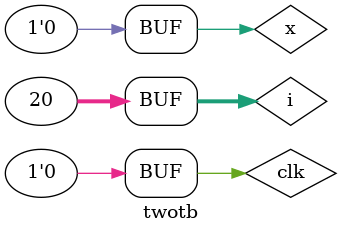
<source format=v>
module twobsc(x,clk,q,y);

input x,clk;
output reg [1:0] q;
output reg y;

initial begin
	q=2'b00;
	y=1'b0;
end
always @ (negedge clk)
	if (x==1) {y,q} <= q + 1'b1;
endmodule

module twotb; 
wire y;
wire [1:0] q; 
reg x=0; 
reg clk=0; 
integer i; 
twobsc UUT(.y(y),.q(q),.x(x),.clk(clk));
initial begin
for(i=0;i<20;i=i+1) begin
clk=~clk;
x=~x;
 #10;
clk=~clk;
#10;
end
end
endmodule



</source>
